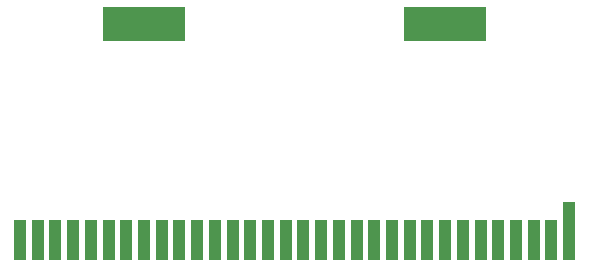
<source format=gbr>
G04 #@! TF.GenerationSoftware,KiCad,Pcbnew,(5.99.0-1468-g7e1294a4b)*
G04 #@! TF.CreationDate,2020-10-04T20:21:57+02:00*
G04 #@! TF.ProjectId,GB Dumper_SMD,47422044-756d-4706-9572-5f534d442e6b,rev?*
G04 #@! TF.SameCoordinates,Original*
G04 #@! TF.FileFunction,Paste,Top*
G04 #@! TF.FilePolarity,Positive*
%FSLAX46Y46*%
G04 Gerber Fmt 4.6, Leading zero omitted, Abs format (unit mm)*
G04 Created by KiCad (PCBNEW (5.99.0-1468-g7e1294a4b)) date 2020-10-04 20:21:57*
%MOMM*%
%LPD*%
G01*
G04 APERTURE LIST*
%ADD10R,1.000000X3.500000*%
%ADD11R,1.000000X5.000000*%
%ADD12R,7.000000X3.000000*%
G04 APERTURE END LIST*
D10*
X121760000Y-57310000D03*
X123260000Y-57310000D03*
X124760000Y-57310000D03*
X126260000Y-57310000D03*
X127760000Y-57310000D03*
X129260000Y-57310000D03*
X130760000Y-57310000D03*
X132260000Y-57310000D03*
X133760000Y-57310000D03*
X135260000Y-57310000D03*
X136760000Y-57310000D03*
X138260000Y-57310000D03*
X139760000Y-57310000D03*
X141260000Y-57310000D03*
X142760000Y-57310000D03*
X144260000Y-57310000D03*
X145760000Y-57310000D03*
X147260000Y-57310000D03*
X148760000Y-57310000D03*
X150260000Y-57310000D03*
X151760000Y-57310000D03*
X153260000Y-57310000D03*
X154760000Y-57310000D03*
X156260000Y-57310000D03*
X157760000Y-57310000D03*
X159260000Y-57310000D03*
X160760000Y-57310000D03*
X162260000Y-57310000D03*
X163760000Y-57310000D03*
X165260000Y-57310000D03*
X166760000Y-57310000D03*
D11*
X168260000Y-56560000D03*
D12*
X132260000Y-39000000D03*
X157760000Y-39000000D03*
M02*

</source>
